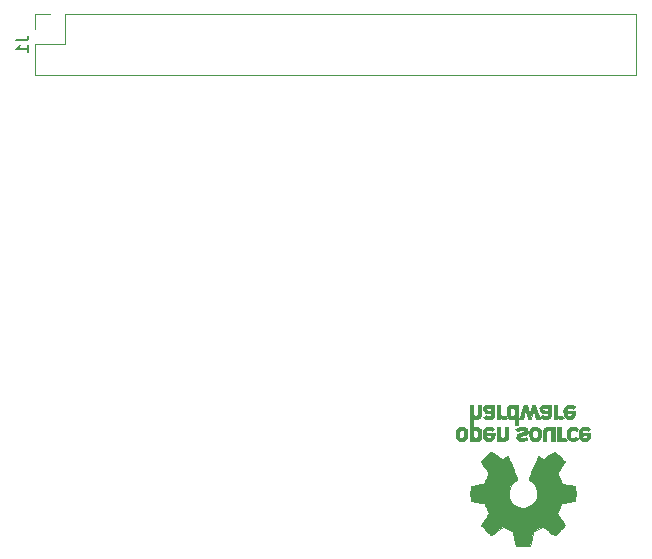
<source format=gbr>
%TF.GenerationSoftware,KiCad,Pcbnew,(5.1.7-0-10_14)*%
%TF.CreationDate,2020-11-05T09:31:43+00:00*%
%TF.ProjectId,ex2device,65783264-6576-4696-9365-2e6b69636164,1.2*%
%TF.SameCoordinates,Original*%
%TF.FileFunction,Legend,Bot*%
%TF.FilePolarity,Positive*%
%FSLAX46Y46*%
G04 Gerber Fmt 4.6, Leading zero omitted, Abs format (unit mm)*
G04 Created by KiCad (PCBNEW (5.1.7-0-10_14)) date 2020-11-05 09:31:43*
%MOMM*%
%LPD*%
G01*
G04 APERTURE LIST*
%ADD10C,0.010000*%
%ADD11C,0.120000*%
%ADD12C,0.150000*%
G04 APERTURE END LIST*
D10*
%TO.C,REF\u002A\u002A*%
G36*
X156746535Y-109366828D02*
G01*
X156859117Y-108769637D01*
X157274531Y-108598390D01*
X157689944Y-108427143D01*
X158188302Y-108766022D01*
X158327868Y-108860378D01*
X158454028Y-108944625D01*
X158560895Y-109014917D01*
X158642582Y-109067408D01*
X158693201Y-109098251D01*
X158706986Y-109104902D01*
X158731820Y-109087797D01*
X158784888Y-109040511D01*
X158860240Y-108969083D01*
X158951929Y-108879555D01*
X159054007Y-108777966D01*
X159160526Y-108670357D01*
X159265536Y-108562768D01*
X159363091Y-108461240D01*
X159447242Y-108371814D01*
X159512040Y-108300529D01*
X159551538Y-108253427D01*
X159560980Y-108237663D01*
X159547391Y-108208602D01*
X159509293Y-108144934D01*
X159450694Y-108052888D01*
X159375597Y-107938691D01*
X159288009Y-107808571D01*
X159237254Y-107734354D01*
X159144745Y-107598833D01*
X159062540Y-107476539D01*
X158994630Y-107373560D01*
X158945000Y-107295982D01*
X158917640Y-107249894D01*
X158913529Y-107240208D01*
X158922849Y-107212681D01*
X158948254Y-107148527D01*
X158985911Y-107056765D01*
X159031986Y-106946416D01*
X159082646Y-106826500D01*
X159134059Y-106706036D01*
X159182389Y-106594046D01*
X159223806Y-106499548D01*
X159254474Y-106431563D01*
X159270562Y-106399112D01*
X159271511Y-106397835D01*
X159296772Y-106391638D01*
X159364046Y-106377815D01*
X159466360Y-106357723D01*
X159596741Y-106332721D01*
X159748216Y-106304169D01*
X159836594Y-106287704D01*
X159998452Y-106256886D01*
X160144649Y-106227561D01*
X160267787Y-106201334D01*
X160360469Y-106179809D01*
X160415301Y-106164590D01*
X160426323Y-106159762D01*
X160437119Y-106127081D01*
X160445829Y-106053270D01*
X160452460Y-105946963D01*
X160457018Y-105816788D01*
X160459509Y-105671379D01*
X160459938Y-105519365D01*
X160458311Y-105369378D01*
X160454635Y-105230049D01*
X160448915Y-105110010D01*
X160441158Y-105017890D01*
X160431368Y-104962323D01*
X160425496Y-104950755D01*
X160390399Y-104936890D01*
X160316028Y-104917067D01*
X160212223Y-104893616D01*
X160088819Y-104868864D01*
X160045741Y-104860857D01*
X159838047Y-104822814D01*
X159673984Y-104792176D01*
X159548130Y-104767726D01*
X159455065Y-104748246D01*
X159389367Y-104732519D01*
X159345617Y-104719327D01*
X159318392Y-104707451D01*
X159302272Y-104695675D01*
X159300017Y-104693347D01*
X159277503Y-104655855D01*
X159243158Y-104582890D01*
X159200411Y-104483388D01*
X159152692Y-104366282D01*
X159103430Y-104240507D01*
X159056055Y-104114998D01*
X159013995Y-103998690D01*
X158980680Y-103900516D01*
X158959541Y-103829412D01*
X158954005Y-103794313D01*
X158954466Y-103793083D01*
X158973223Y-103764394D01*
X159015776Y-103701270D01*
X159077653Y-103610282D01*
X159154382Y-103498000D01*
X159241491Y-103370995D01*
X159266299Y-103334902D01*
X159354753Y-103204052D01*
X159432588Y-103084664D01*
X159495566Y-102983593D01*
X159539445Y-102907696D01*
X159559985Y-102863828D01*
X159560980Y-102858438D01*
X159543722Y-102830111D01*
X159496036Y-102773994D01*
X159424050Y-102696118D01*
X159333897Y-102602515D01*
X159231705Y-102499214D01*
X159123606Y-102392249D01*
X159015728Y-102287649D01*
X158914204Y-102191446D01*
X158825162Y-102109671D01*
X158754733Y-102048355D01*
X158709047Y-102013529D01*
X158696409Y-102007843D01*
X158666991Y-102021235D01*
X158606761Y-102057356D01*
X158525530Y-102110119D01*
X158463030Y-102152588D01*
X158349785Y-102230515D01*
X158215674Y-102322271D01*
X158081155Y-102413880D01*
X158008833Y-102462909D01*
X157764038Y-102628485D01*
X157558551Y-102517380D01*
X157464936Y-102468707D01*
X157385330Y-102430874D01*
X157331467Y-102409297D01*
X157317757Y-102406294D01*
X157301270Y-102428462D01*
X157268745Y-102491106D01*
X157222609Y-102588446D01*
X157165290Y-102714706D01*
X157099216Y-102864105D01*
X157026815Y-103030867D01*
X156950516Y-103209213D01*
X156872746Y-103393364D01*
X156795934Y-103577543D01*
X156722506Y-103755970D01*
X156654892Y-103922868D01*
X156595520Y-104072458D01*
X156546816Y-104198962D01*
X156511210Y-104296601D01*
X156491130Y-104359598D01*
X156487900Y-104381234D01*
X156513496Y-104408831D01*
X156569539Y-104453630D01*
X156644311Y-104506321D01*
X156650587Y-104510490D01*
X156843845Y-104665186D01*
X156999674Y-104845664D01*
X157116724Y-105046153D01*
X157193645Y-105260881D01*
X157229086Y-105484078D01*
X157221697Y-105709974D01*
X157170127Y-105932796D01*
X157073026Y-106146776D01*
X157044458Y-106193591D01*
X156895868Y-106382637D01*
X156720327Y-106534443D01*
X156523910Y-106648221D01*
X156312693Y-106723180D01*
X156092753Y-106758533D01*
X155870163Y-106753488D01*
X155651001Y-106707256D01*
X155441342Y-106619049D01*
X155247261Y-106488076D01*
X155187226Y-106434918D01*
X155034435Y-106268516D01*
X154923097Y-106093343D01*
X154846723Y-105896989D01*
X154804187Y-105702538D01*
X154793686Y-105483913D01*
X154828701Y-105264203D01*
X154905673Y-105050835D01*
X155021047Y-104851233D01*
X155171266Y-104672826D01*
X155352773Y-104523038D01*
X155376627Y-104507249D01*
X155452201Y-104455543D01*
X155509651Y-104410743D01*
X155537117Y-104382138D01*
X155537517Y-104381234D01*
X155531620Y-104350291D01*
X155508245Y-104280064D01*
X155469821Y-104176330D01*
X155418777Y-104044865D01*
X155357542Y-103891448D01*
X155288544Y-103721854D01*
X155214214Y-103541862D01*
X155136978Y-103357247D01*
X155059268Y-103173787D01*
X154983511Y-102997259D01*
X154912137Y-102833441D01*
X154847574Y-102688108D01*
X154792252Y-102567038D01*
X154748600Y-102476008D01*
X154719046Y-102420795D01*
X154707144Y-102406294D01*
X154670777Y-102417586D01*
X154602730Y-102447870D01*
X154514737Y-102491735D01*
X154466351Y-102517380D01*
X154260863Y-102628485D01*
X154016068Y-102462909D01*
X153891106Y-102378085D01*
X153754295Y-102284739D01*
X153626089Y-102196847D01*
X153561871Y-102152588D01*
X153471551Y-102091937D01*
X153395071Y-102043874D01*
X153342407Y-102014485D01*
X153325302Y-102008273D01*
X153300405Y-102025032D01*
X153245305Y-102071819D01*
X153165343Y-102143775D01*
X153065861Y-102236043D01*
X152952200Y-102343765D01*
X152880315Y-102412929D01*
X152754551Y-102536498D01*
X152645863Y-102647021D01*
X152558645Y-102739770D01*
X152497289Y-102810018D01*
X152466191Y-102853035D01*
X152463208Y-102861765D01*
X152477053Y-102894971D01*
X152515312Y-102962113D01*
X152573742Y-103056392D01*
X152648097Y-103171010D01*
X152734135Y-103299172D01*
X152758603Y-103334902D01*
X152847755Y-103464766D01*
X152927738Y-103581686D01*
X152994080Y-103679093D01*
X153042311Y-103750416D01*
X153067957Y-103789085D01*
X153070435Y-103793083D01*
X153066729Y-103823900D01*
X153047061Y-103891656D01*
X153014860Y-103987416D01*
X152973555Y-104102246D01*
X152926575Y-104227211D01*
X152877349Y-104353376D01*
X152829308Y-104471807D01*
X152785881Y-104573570D01*
X152750496Y-104649729D01*
X152726584Y-104691351D01*
X152724884Y-104693347D01*
X152710262Y-104705242D01*
X152685565Y-104717005D01*
X152645372Y-104729854D01*
X152584263Y-104745006D01*
X152496817Y-104763679D01*
X152377612Y-104787090D01*
X152221227Y-104816458D01*
X152022243Y-104853000D01*
X151979160Y-104860857D01*
X151851471Y-104885528D01*
X151740153Y-104909662D01*
X151655045Y-104930931D01*
X151605983Y-104947007D01*
X151599405Y-104950755D01*
X151588564Y-104983982D01*
X151579753Y-105058234D01*
X151572976Y-105164879D01*
X151568240Y-105295288D01*
X151565550Y-105440828D01*
X151564913Y-105592869D01*
X151566334Y-105742779D01*
X151569820Y-105881927D01*
X151575376Y-106001683D01*
X151583008Y-106093414D01*
X151592722Y-106148489D01*
X151598578Y-106159762D01*
X151631180Y-106171132D01*
X151705418Y-106189631D01*
X151813896Y-106213653D01*
X151949217Y-106241593D01*
X152103985Y-106271847D01*
X152188308Y-106287704D01*
X152348296Y-106317611D01*
X152490967Y-106344705D01*
X152609348Y-106367624D01*
X152696465Y-106385012D01*
X152745345Y-106395508D01*
X152753390Y-106397835D01*
X152766987Y-106424069D01*
X152795729Y-106487260D01*
X152835785Y-106578378D01*
X152883324Y-106688398D01*
X152934515Y-106808290D01*
X152985526Y-106929028D01*
X153032526Y-107041584D01*
X153071684Y-107136929D01*
X153099169Y-107206038D01*
X153111149Y-107239881D01*
X153111372Y-107241360D01*
X153097791Y-107268058D01*
X153059715Y-107329495D01*
X153001147Y-107419566D01*
X152926088Y-107532165D01*
X152838540Y-107661185D01*
X152787647Y-107735294D01*
X152694909Y-107871178D01*
X152612541Y-107994546D01*
X152544561Y-108099158D01*
X152494988Y-108178772D01*
X152467842Y-108227148D01*
X152463921Y-108237993D01*
X152480775Y-108263235D01*
X152527368Y-108317131D01*
X152597749Y-108393642D01*
X152685965Y-108486732D01*
X152786065Y-108590360D01*
X152892098Y-108698491D01*
X152998111Y-108805085D01*
X153098152Y-108904105D01*
X153186270Y-108989513D01*
X153256513Y-109055270D01*
X153302928Y-109095339D01*
X153318456Y-109104902D01*
X153343739Y-109091455D01*
X153404211Y-109053680D01*
X153493992Y-108995420D01*
X153607203Y-108920521D01*
X153737964Y-108832830D01*
X153836600Y-108766022D01*
X154334957Y-108427143D01*
X154750371Y-108598390D01*
X155165784Y-108769637D01*
X155278366Y-109366828D01*
X155390949Y-109964020D01*
X156633952Y-109964020D01*
X156746535Y-109366828D01*
G37*
X156746535Y-109366828D02*
X156859117Y-108769637D01*
X157274531Y-108598390D01*
X157689944Y-108427143D01*
X158188302Y-108766022D01*
X158327868Y-108860378D01*
X158454028Y-108944625D01*
X158560895Y-109014917D01*
X158642582Y-109067408D01*
X158693201Y-109098251D01*
X158706986Y-109104902D01*
X158731820Y-109087797D01*
X158784888Y-109040511D01*
X158860240Y-108969083D01*
X158951929Y-108879555D01*
X159054007Y-108777966D01*
X159160526Y-108670357D01*
X159265536Y-108562768D01*
X159363091Y-108461240D01*
X159447242Y-108371814D01*
X159512040Y-108300529D01*
X159551538Y-108253427D01*
X159560980Y-108237663D01*
X159547391Y-108208602D01*
X159509293Y-108144934D01*
X159450694Y-108052888D01*
X159375597Y-107938691D01*
X159288009Y-107808571D01*
X159237254Y-107734354D01*
X159144745Y-107598833D01*
X159062540Y-107476539D01*
X158994630Y-107373560D01*
X158945000Y-107295982D01*
X158917640Y-107249894D01*
X158913529Y-107240208D01*
X158922849Y-107212681D01*
X158948254Y-107148527D01*
X158985911Y-107056765D01*
X159031986Y-106946416D01*
X159082646Y-106826500D01*
X159134059Y-106706036D01*
X159182389Y-106594046D01*
X159223806Y-106499548D01*
X159254474Y-106431563D01*
X159270562Y-106399112D01*
X159271511Y-106397835D01*
X159296772Y-106391638D01*
X159364046Y-106377815D01*
X159466360Y-106357723D01*
X159596741Y-106332721D01*
X159748216Y-106304169D01*
X159836594Y-106287704D01*
X159998452Y-106256886D01*
X160144649Y-106227561D01*
X160267787Y-106201334D01*
X160360469Y-106179809D01*
X160415301Y-106164590D01*
X160426323Y-106159762D01*
X160437119Y-106127081D01*
X160445829Y-106053270D01*
X160452460Y-105946963D01*
X160457018Y-105816788D01*
X160459509Y-105671379D01*
X160459938Y-105519365D01*
X160458311Y-105369378D01*
X160454635Y-105230049D01*
X160448915Y-105110010D01*
X160441158Y-105017890D01*
X160431368Y-104962323D01*
X160425496Y-104950755D01*
X160390399Y-104936890D01*
X160316028Y-104917067D01*
X160212223Y-104893616D01*
X160088819Y-104868864D01*
X160045741Y-104860857D01*
X159838047Y-104822814D01*
X159673984Y-104792176D01*
X159548130Y-104767726D01*
X159455065Y-104748246D01*
X159389367Y-104732519D01*
X159345617Y-104719327D01*
X159318392Y-104707451D01*
X159302272Y-104695675D01*
X159300017Y-104693347D01*
X159277503Y-104655855D01*
X159243158Y-104582890D01*
X159200411Y-104483388D01*
X159152692Y-104366282D01*
X159103430Y-104240507D01*
X159056055Y-104114998D01*
X159013995Y-103998690D01*
X158980680Y-103900516D01*
X158959541Y-103829412D01*
X158954005Y-103794313D01*
X158954466Y-103793083D01*
X158973223Y-103764394D01*
X159015776Y-103701270D01*
X159077653Y-103610282D01*
X159154382Y-103498000D01*
X159241491Y-103370995D01*
X159266299Y-103334902D01*
X159354753Y-103204052D01*
X159432588Y-103084664D01*
X159495566Y-102983593D01*
X159539445Y-102907696D01*
X159559985Y-102863828D01*
X159560980Y-102858438D01*
X159543722Y-102830111D01*
X159496036Y-102773994D01*
X159424050Y-102696118D01*
X159333897Y-102602515D01*
X159231705Y-102499214D01*
X159123606Y-102392249D01*
X159015728Y-102287649D01*
X158914204Y-102191446D01*
X158825162Y-102109671D01*
X158754733Y-102048355D01*
X158709047Y-102013529D01*
X158696409Y-102007843D01*
X158666991Y-102021235D01*
X158606761Y-102057356D01*
X158525530Y-102110119D01*
X158463030Y-102152588D01*
X158349785Y-102230515D01*
X158215674Y-102322271D01*
X158081155Y-102413880D01*
X158008833Y-102462909D01*
X157764038Y-102628485D01*
X157558551Y-102517380D01*
X157464936Y-102468707D01*
X157385330Y-102430874D01*
X157331467Y-102409297D01*
X157317757Y-102406294D01*
X157301270Y-102428462D01*
X157268745Y-102491106D01*
X157222609Y-102588446D01*
X157165290Y-102714706D01*
X157099216Y-102864105D01*
X157026815Y-103030867D01*
X156950516Y-103209213D01*
X156872746Y-103393364D01*
X156795934Y-103577543D01*
X156722506Y-103755970D01*
X156654892Y-103922868D01*
X156595520Y-104072458D01*
X156546816Y-104198962D01*
X156511210Y-104296601D01*
X156491130Y-104359598D01*
X156487900Y-104381234D01*
X156513496Y-104408831D01*
X156569539Y-104453630D01*
X156644311Y-104506321D01*
X156650587Y-104510490D01*
X156843845Y-104665186D01*
X156999674Y-104845664D01*
X157116724Y-105046153D01*
X157193645Y-105260881D01*
X157229086Y-105484078D01*
X157221697Y-105709974D01*
X157170127Y-105932796D01*
X157073026Y-106146776D01*
X157044458Y-106193591D01*
X156895868Y-106382637D01*
X156720327Y-106534443D01*
X156523910Y-106648221D01*
X156312693Y-106723180D01*
X156092753Y-106758533D01*
X155870163Y-106753488D01*
X155651001Y-106707256D01*
X155441342Y-106619049D01*
X155247261Y-106488076D01*
X155187226Y-106434918D01*
X155034435Y-106268516D01*
X154923097Y-106093343D01*
X154846723Y-105896989D01*
X154804187Y-105702538D01*
X154793686Y-105483913D01*
X154828701Y-105264203D01*
X154905673Y-105050835D01*
X155021047Y-104851233D01*
X155171266Y-104672826D01*
X155352773Y-104523038D01*
X155376627Y-104507249D01*
X155452201Y-104455543D01*
X155509651Y-104410743D01*
X155537117Y-104382138D01*
X155537517Y-104381234D01*
X155531620Y-104350291D01*
X155508245Y-104280064D01*
X155469821Y-104176330D01*
X155418777Y-104044865D01*
X155357542Y-103891448D01*
X155288544Y-103721854D01*
X155214214Y-103541862D01*
X155136978Y-103357247D01*
X155059268Y-103173787D01*
X154983511Y-102997259D01*
X154912137Y-102833441D01*
X154847574Y-102688108D01*
X154792252Y-102567038D01*
X154748600Y-102476008D01*
X154719046Y-102420795D01*
X154707144Y-102406294D01*
X154670777Y-102417586D01*
X154602730Y-102447870D01*
X154514737Y-102491735D01*
X154466351Y-102517380D01*
X154260863Y-102628485D01*
X154016068Y-102462909D01*
X153891106Y-102378085D01*
X153754295Y-102284739D01*
X153626089Y-102196847D01*
X153561871Y-102152588D01*
X153471551Y-102091937D01*
X153395071Y-102043874D01*
X153342407Y-102014485D01*
X153325302Y-102008273D01*
X153300405Y-102025032D01*
X153245305Y-102071819D01*
X153165343Y-102143775D01*
X153065861Y-102236043D01*
X152952200Y-102343765D01*
X152880315Y-102412929D01*
X152754551Y-102536498D01*
X152645863Y-102647021D01*
X152558645Y-102739770D01*
X152497289Y-102810018D01*
X152466191Y-102853035D01*
X152463208Y-102861765D01*
X152477053Y-102894971D01*
X152515312Y-102962113D01*
X152573742Y-103056392D01*
X152648097Y-103171010D01*
X152734135Y-103299172D01*
X152758603Y-103334902D01*
X152847755Y-103464766D01*
X152927738Y-103581686D01*
X152994080Y-103679093D01*
X153042311Y-103750416D01*
X153067957Y-103789085D01*
X153070435Y-103793083D01*
X153066729Y-103823900D01*
X153047061Y-103891656D01*
X153014860Y-103987416D01*
X152973555Y-104102246D01*
X152926575Y-104227211D01*
X152877349Y-104353376D01*
X152829308Y-104471807D01*
X152785881Y-104573570D01*
X152750496Y-104649729D01*
X152726584Y-104691351D01*
X152724884Y-104693347D01*
X152710262Y-104705242D01*
X152685565Y-104717005D01*
X152645372Y-104729854D01*
X152584263Y-104745006D01*
X152496817Y-104763679D01*
X152377612Y-104787090D01*
X152221227Y-104816458D01*
X152022243Y-104853000D01*
X151979160Y-104860857D01*
X151851471Y-104885528D01*
X151740153Y-104909662D01*
X151655045Y-104930931D01*
X151605983Y-104947007D01*
X151599405Y-104950755D01*
X151588564Y-104983982D01*
X151579753Y-105058234D01*
X151572976Y-105164879D01*
X151568240Y-105295288D01*
X151565550Y-105440828D01*
X151564913Y-105592869D01*
X151566334Y-105742779D01*
X151569820Y-105881927D01*
X151575376Y-106001683D01*
X151583008Y-106093414D01*
X151592722Y-106148489D01*
X151598578Y-106159762D01*
X151631180Y-106171132D01*
X151705418Y-106189631D01*
X151813896Y-106213653D01*
X151949217Y-106241593D01*
X152103985Y-106271847D01*
X152188308Y-106287704D01*
X152348296Y-106317611D01*
X152490967Y-106344705D01*
X152609348Y-106367624D01*
X152696465Y-106385012D01*
X152745345Y-106395508D01*
X152753390Y-106397835D01*
X152766987Y-106424069D01*
X152795729Y-106487260D01*
X152835785Y-106578378D01*
X152883324Y-106688398D01*
X152934515Y-106808290D01*
X152985526Y-106929028D01*
X153032526Y-107041584D01*
X153071684Y-107136929D01*
X153099169Y-107206038D01*
X153111149Y-107239881D01*
X153111372Y-107241360D01*
X153097791Y-107268058D01*
X153059715Y-107329495D01*
X153001147Y-107419566D01*
X152926088Y-107532165D01*
X152838540Y-107661185D01*
X152787647Y-107735294D01*
X152694909Y-107871178D01*
X152612541Y-107994546D01*
X152544561Y-108099158D01*
X152494988Y-108178772D01*
X152467842Y-108227148D01*
X152463921Y-108237993D01*
X152480775Y-108263235D01*
X152527368Y-108317131D01*
X152597749Y-108393642D01*
X152685965Y-108486732D01*
X152786065Y-108590360D01*
X152892098Y-108698491D01*
X152998111Y-108805085D01*
X153098152Y-108904105D01*
X153186270Y-108989513D01*
X153256513Y-109055270D01*
X153302928Y-109095339D01*
X153318456Y-109104902D01*
X153343739Y-109091455D01*
X153404211Y-109053680D01*
X153493992Y-108995420D01*
X153607203Y-108920521D01*
X153737964Y-108832830D01*
X153836600Y-108766022D01*
X154334957Y-108427143D01*
X154750371Y-108598390D01*
X155165784Y-108769637D01*
X155278366Y-109366828D01*
X155390949Y-109964020D01*
X156633952Y-109964020D01*
X156746535Y-109366828D01*
G36*
X159563637Y-101112528D02*
G01*
X159649290Y-101086359D01*
X159704437Y-101053293D01*
X159722401Y-101027145D01*
X159717457Y-100996148D01*
X159685372Y-100947453D01*
X159658243Y-100912965D01*
X159602317Y-100850617D01*
X159560299Y-100824385D01*
X159524480Y-100826097D01*
X159418224Y-100853137D01*
X159340189Y-100851909D01*
X159276820Y-100821265D01*
X159255546Y-100803330D01*
X159187451Y-100740221D01*
X159187451Y-99916078D01*
X158913529Y-99916078D01*
X158913529Y-101111372D01*
X159050490Y-101111372D01*
X159132719Y-101108121D01*
X159175144Y-101096574D01*
X159187445Y-101074048D01*
X159187451Y-101073380D01*
X159193260Y-101049785D01*
X159219531Y-101052862D01*
X159255931Y-101069885D01*
X159331111Y-101101561D01*
X159392158Y-101120619D01*
X159470708Y-101125504D01*
X159563637Y-101112528D01*
G37*
X159563637Y-101112528D02*
X159649290Y-101086359D01*
X159704437Y-101053293D01*
X159722401Y-101027145D01*
X159717457Y-100996148D01*
X159685372Y-100947453D01*
X159658243Y-100912965D01*
X159602317Y-100850617D01*
X159560299Y-100824385D01*
X159524480Y-100826097D01*
X159418224Y-100853137D01*
X159340189Y-100851909D01*
X159276820Y-100821265D01*
X159255546Y-100803330D01*
X159187451Y-100740221D01*
X159187451Y-99916078D01*
X158913529Y-99916078D01*
X158913529Y-101111372D01*
X159050490Y-101111372D01*
X159132719Y-101108121D01*
X159175144Y-101096574D01*
X159187445Y-101074048D01*
X159187451Y-101073380D01*
X159193260Y-101049785D01*
X159219531Y-101052862D01*
X159255931Y-101069885D01*
X159331111Y-101101561D01*
X159392158Y-101120619D01*
X159470708Y-101125504D01*
X159563637Y-101112528D01*
G36*
X154506760Y-101090801D02*
G01*
X154568736Y-101061198D01*
X154628759Y-101018439D01*
X154674486Y-100969225D01*
X154707793Y-100906456D01*
X154730555Y-100823029D01*
X154744647Y-100711841D01*
X154751942Y-100565791D01*
X154754318Y-100377777D01*
X154754355Y-100358088D01*
X154754902Y-99916078D01*
X154480980Y-99916078D01*
X154480980Y-100323565D01*
X154480785Y-100474529D01*
X154479436Y-100583944D01*
X154475788Y-100660067D01*
X154468696Y-100711152D01*
X154457013Y-100745455D01*
X154439594Y-100771232D01*
X154415329Y-100796702D01*
X154330435Y-100851429D01*
X154237761Y-100861584D01*
X154149473Y-100826983D01*
X154118770Y-100801230D01*
X154096229Y-100777018D01*
X154080046Y-100751088D01*
X154069168Y-100715292D01*
X154062542Y-100661481D01*
X154059115Y-100581507D01*
X154057834Y-100467221D01*
X154057647Y-100328093D01*
X154057647Y-99916078D01*
X153783725Y-99916078D01*
X153783725Y-101111372D01*
X153920686Y-101111372D01*
X154002916Y-101108121D01*
X154045340Y-101096574D01*
X154057641Y-101074048D01*
X154057647Y-101073380D01*
X154063354Y-101051319D01*
X154088527Y-101053823D01*
X154138578Y-101078063D01*
X154252094Y-101113729D01*
X154381945Y-101117695D01*
X154506760Y-101090801D01*
G37*
X154506760Y-101090801D02*
X154568736Y-101061198D01*
X154628759Y-101018439D01*
X154674486Y-100969225D01*
X154707793Y-100906456D01*
X154730555Y-100823029D01*
X154744647Y-100711841D01*
X154751942Y-100565791D01*
X154754318Y-100377777D01*
X154754355Y-100358088D01*
X154754902Y-99916078D01*
X154480980Y-99916078D01*
X154480980Y-100323565D01*
X154480785Y-100474529D01*
X154479436Y-100583944D01*
X154475788Y-100660067D01*
X154468696Y-100711152D01*
X154457013Y-100745455D01*
X154439594Y-100771232D01*
X154415329Y-100796702D01*
X154330435Y-100851429D01*
X154237761Y-100861584D01*
X154149473Y-100826983D01*
X154118770Y-100801230D01*
X154096229Y-100777018D01*
X154080046Y-100751088D01*
X154069168Y-100715292D01*
X154062542Y-100661481D01*
X154059115Y-100581507D01*
X154057834Y-100467221D01*
X154057647Y-100328093D01*
X154057647Y-99916078D01*
X153783725Y-99916078D01*
X153783725Y-101111372D01*
X153920686Y-101111372D01*
X154002916Y-101108121D01*
X154045340Y-101096574D01*
X154057641Y-101074048D01*
X154057647Y-101073380D01*
X154063354Y-101051319D01*
X154088527Y-101053823D01*
X154138578Y-101078063D01*
X154252094Y-101113729D01*
X154381945Y-101117695D01*
X154506760Y-101090801D01*
G36*
X161303287Y-101115645D02*
G01*
X161367051Y-101100155D01*
X161489300Y-101043431D01*
X161593834Y-100956798D01*
X161666180Y-100852926D01*
X161676119Y-100829604D01*
X161689754Y-100768516D01*
X161699298Y-100678147D01*
X161702549Y-100586810D01*
X161702549Y-100414118D01*
X161341470Y-100414118D01*
X161192546Y-100413555D01*
X161087632Y-100410136D01*
X161020937Y-100401269D01*
X160986666Y-100384359D01*
X160979028Y-100356811D01*
X160992229Y-100316032D01*
X161015877Y-100268317D01*
X161081843Y-100188686D01*
X161173512Y-100149013D01*
X161285555Y-100150305D01*
X161412472Y-100193486D01*
X161522158Y-100246776D01*
X161613173Y-100174809D01*
X161704188Y-100102843D01*
X161618563Y-100023731D01*
X161504250Y-99948983D01*
X161363666Y-99903916D01*
X161212449Y-99891304D01*
X161066236Y-99913921D01*
X161042647Y-99921595D01*
X160914141Y-99988704D01*
X160818551Y-100088753D01*
X160753861Y-100224729D01*
X160718057Y-100399620D01*
X160717640Y-100403368D01*
X160714434Y-100593968D01*
X160727393Y-100661965D01*
X160980392Y-100661965D01*
X161003627Y-100651509D01*
X161066710Y-100643500D01*
X161159706Y-100638927D01*
X161218638Y-100638235D01*
X161328537Y-100638668D01*
X161397252Y-100641422D01*
X161433405Y-100648679D01*
X161445615Y-100662624D01*
X161442504Y-100685438D01*
X161439894Y-100694265D01*
X161395344Y-100777200D01*
X161325279Y-100844040D01*
X161263446Y-100873411D01*
X161181301Y-100871638D01*
X161098062Y-100835010D01*
X161028238Y-100774366D01*
X160986337Y-100700544D01*
X160980392Y-100661965D01*
X160727393Y-100661965D01*
X160746385Y-100761605D01*
X160809773Y-100902289D01*
X160900878Y-101012026D01*
X161015978Y-101086826D01*
X161151355Y-101122696D01*
X161303287Y-101115645D01*
G37*
X161303287Y-101115645D02*
X161367051Y-101100155D01*
X161489300Y-101043431D01*
X161593834Y-100956798D01*
X161666180Y-100852926D01*
X161676119Y-100829604D01*
X161689754Y-100768516D01*
X161699298Y-100678147D01*
X161702549Y-100586810D01*
X161702549Y-100414118D01*
X161341470Y-100414118D01*
X161192546Y-100413555D01*
X161087632Y-100410136D01*
X161020937Y-100401269D01*
X160986666Y-100384359D01*
X160979028Y-100356811D01*
X160992229Y-100316032D01*
X161015877Y-100268317D01*
X161081843Y-100188686D01*
X161173512Y-100149013D01*
X161285555Y-100150305D01*
X161412472Y-100193486D01*
X161522158Y-100246776D01*
X161613173Y-100174809D01*
X161704188Y-100102843D01*
X161618563Y-100023731D01*
X161504250Y-99948983D01*
X161363666Y-99903916D01*
X161212449Y-99891304D01*
X161066236Y-99913921D01*
X161042647Y-99921595D01*
X160914141Y-99988704D01*
X160818551Y-100088753D01*
X160753861Y-100224729D01*
X160718057Y-100399620D01*
X160717640Y-100403368D01*
X160714434Y-100593968D01*
X160727393Y-100661965D01*
X160980392Y-100661965D01*
X161003627Y-100651509D01*
X161066710Y-100643500D01*
X161159706Y-100638927D01*
X161218638Y-100638235D01*
X161328537Y-100638668D01*
X161397252Y-100641422D01*
X161433405Y-100648679D01*
X161445615Y-100662624D01*
X161442504Y-100685438D01*
X161439894Y-100694265D01*
X161395344Y-100777200D01*
X161325279Y-100844040D01*
X161263446Y-100873411D01*
X161181301Y-100871638D01*
X161098062Y-100835010D01*
X161028238Y-100774366D01*
X160986337Y-100700544D01*
X160980392Y-100661965D01*
X160727393Y-100661965D01*
X160746385Y-100761605D01*
X160809773Y-100902289D01*
X160900878Y-101012026D01*
X161015978Y-101086826D01*
X161151355Y-101122696D01*
X161303287Y-101115645D01*
G36*
X160390976Y-101100944D02*
G01*
X160535256Y-101039652D01*
X160580699Y-101009815D01*
X160638779Y-100963964D01*
X160675238Y-100927911D01*
X160681568Y-100916168D01*
X160663693Y-100890111D01*
X160617950Y-100845895D01*
X160581328Y-100815035D01*
X160481088Y-100734480D01*
X160401935Y-100801082D01*
X160340769Y-100844079D01*
X160281129Y-100858921D01*
X160212872Y-100855296D01*
X160104482Y-100828348D01*
X160029872Y-100772413D01*
X159984530Y-100681986D01*
X159963947Y-100551565D01*
X159963942Y-100551483D01*
X159965722Y-100405710D01*
X159993387Y-100298755D01*
X160048571Y-100225936D01*
X160086192Y-100201277D01*
X160186105Y-100170569D01*
X160292822Y-100170551D01*
X160385669Y-100200345D01*
X160407647Y-100214902D01*
X160462765Y-100252086D01*
X160505859Y-100258180D01*
X160552335Y-100230504D01*
X160603716Y-100180795D01*
X160685046Y-100096884D01*
X160594749Y-100022454D01*
X160455236Y-99938451D01*
X160297912Y-99897053D01*
X160133503Y-99900050D01*
X160025531Y-99927500D01*
X159899331Y-99995380D01*
X159798401Y-100102169D01*
X159752548Y-100177549D01*
X159715410Y-100285703D01*
X159696827Y-100422682D01*
X159696684Y-100571136D01*
X159714865Y-100713719D01*
X159751255Y-100833082D01*
X159756987Y-100845320D01*
X159841865Y-100965345D01*
X159956782Y-101052733D01*
X160092659Y-101105671D01*
X160240417Y-101122346D01*
X160390976Y-101100944D01*
G37*
X160390976Y-101100944D02*
X160535256Y-101039652D01*
X160580699Y-101009815D01*
X160638779Y-100963964D01*
X160675238Y-100927911D01*
X160681568Y-100916168D01*
X160663693Y-100890111D01*
X160617950Y-100845895D01*
X160581328Y-100815035D01*
X160481088Y-100734480D01*
X160401935Y-100801082D01*
X160340769Y-100844079D01*
X160281129Y-100858921D01*
X160212872Y-100855296D01*
X160104482Y-100828348D01*
X160029872Y-100772413D01*
X159984530Y-100681986D01*
X159963947Y-100551565D01*
X159963942Y-100551483D01*
X159965722Y-100405710D01*
X159993387Y-100298755D01*
X160048571Y-100225936D01*
X160086192Y-100201277D01*
X160186105Y-100170569D01*
X160292822Y-100170551D01*
X160385669Y-100200345D01*
X160407647Y-100214902D01*
X160462765Y-100252086D01*
X160505859Y-100258180D01*
X160552335Y-100230504D01*
X160603716Y-100180795D01*
X160685046Y-100096884D01*
X160594749Y-100022454D01*
X160455236Y-99938451D01*
X160297912Y-99897053D01*
X160133503Y-99900050D01*
X160025531Y-99927500D01*
X159899331Y-99995380D01*
X159798401Y-100102169D01*
X159752548Y-100177549D01*
X159715410Y-100285703D01*
X159696827Y-100422682D01*
X159696684Y-100571136D01*
X159714865Y-100713719D01*
X159751255Y-100833082D01*
X159756987Y-100845320D01*
X159841865Y-100965345D01*
X159956782Y-101052733D01*
X160092659Y-101105671D01*
X160240417Y-101122346D01*
X160390976Y-101100944D01*
G36*
X157967254Y-100723755D02*
G01*
X157969608Y-100541121D01*
X157978207Y-100402400D01*
X157995360Y-100301853D01*
X158023374Y-100233746D01*
X158064557Y-100192341D01*
X158121217Y-100171903D01*
X158191372Y-100166682D01*
X158264848Y-100172532D01*
X158320657Y-100193907D01*
X158361109Y-100236542D01*
X158388509Y-100306175D01*
X158405167Y-100408540D01*
X158413389Y-100549376D01*
X158415490Y-100723755D01*
X158415490Y-101111372D01*
X158689411Y-101111372D01*
X158689411Y-99916078D01*
X158552451Y-99916078D01*
X158469884Y-99919424D01*
X158427368Y-99931174D01*
X158415490Y-99953480D01*
X158408336Y-99973346D01*
X158379865Y-99969143D01*
X158322476Y-99941029D01*
X158190945Y-99897658D01*
X158051438Y-99900730D01*
X157917765Y-99947826D01*
X157854108Y-99985029D01*
X157805553Y-100025309D01*
X157770081Y-100075709D01*
X157745674Y-100143271D01*
X157730313Y-100235035D01*
X157721982Y-100358045D01*
X157718662Y-100519341D01*
X157718235Y-100644072D01*
X157718235Y-101111372D01*
X157967254Y-101111372D01*
X157967254Y-100723755D01*
G37*
X157967254Y-100723755D02*
X157969608Y-100541121D01*
X157978207Y-100402400D01*
X157995360Y-100301853D01*
X158023374Y-100233746D01*
X158064557Y-100192341D01*
X158121217Y-100171903D01*
X158191372Y-100166682D01*
X158264848Y-100172532D01*
X158320657Y-100193907D01*
X158361109Y-100236542D01*
X158388509Y-100306175D01*
X158405167Y-100408540D01*
X158413389Y-100549376D01*
X158415490Y-100723755D01*
X158415490Y-101111372D01*
X158689411Y-101111372D01*
X158689411Y-99916078D01*
X158552451Y-99916078D01*
X158469884Y-99919424D01*
X158427368Y-99931174D01*
X158415490Y-99953480D01*
X158408336Y-99973346D01*
X158379865Y-99969143D01*
X158322476Y-99941029D01*
X158190945Y-99897658D01*
X158051438Y-99900730D01*
X157917765Y-99947826D01*
X157854108Y-99985029D01*
X157805553Y-100025309D01*
X157770081Y-100075709D01*
X157745674Y-100143271D01*
X157730313Y-100235035D01*
X157721982Y-100358045D01*
X157718662Y-100519341D01*
X157718235Y-100644072D01*
X157718235Y-101111372D01*
X157967254Y-101111372D01*
X157967254Y-100723755D01*
G36*
X157209547Y-101096636D02*
G01*
X157335502Y-101028041D01*
X157434047Y-100919755D01*
X157480478Y-100831685D01*
X157500412Y-100753899D01*
X157513328Y-100643007D01*
X157518863Y-100515262D01*
X157516654Y-100386916D01*
X157506337Y-100274221D01*
X157494286Y-100214031D01*
X157453634Y-100131689D01*
X157383230Y-100044230D01*
X157298382Y-99967749D01*
X157214397Y-99918345D01*
X157212349Y-99917561D01*
X157108134Y-99895973D01*
X156984627Y-99895438D01*
X156867261Y-99915092D01*
X156821942Y-99930845D01*
X156705220Y-99997034D01*
X156621624Y-100083754D01*
X156566701Y-100198562D01*
X156535995Y-100349018D01*
X156529047Y-100427827D01*
X156529933Y-100526855D01*
X156796862Y-100526855D01*
X156805854Y-100382355D01*
X156831736Y-100272240D01*
X156872868Y-100201884D01*
X156902172Y-100181765D01*
X156977251Y-100167735D01*
X157066494Y-100171889D01*
X157143650Y-100192078D01*
X157163883Y-100203185D01*
X157217265Y-100267877D01*
X157252500Y-100366881D01*
X157267498Y-100487368D01*
X157260172Y-100616506D01*
X157243799Y-100694225D01*
X157196790Y-100784229D01*
X157122582Y-100840491D01*
X157033209Y-100859943D01*
X156940707Y-100839519D01*
X156869653Y-100789563D01*
X156832312Y-100748345D01*
X156810518Y-100707719D01*
X156800130Y-100652736D01*
X156797006Y-100568451D01*
X156796862Y-100526855D01*
X156529933Y-100526855D01*
X156530930Y-100638126D01*
X156565180Y-100810577D01*
X156631802Y-100945186D01*
X156730799Y-101041960D01*
X156862175Y-101100906D01*
X156890385Y-101107741D01*
X157059926Y-101123787D01*
X157209547Y-101096636D01*
G37*
X157209547Y-101096636D02*
X157335502Y-101028041D01*
X157434047Y-100919755D01*
X157480478Y-100831685D01*
X157500412Y-100753899D01*
X157513328Y-100643007D01*
X157518863Y-100515262D01*
X157516654Y-100386916D01*
X157506337Y-100274221D01*
X157494286Y-100214031D01*
X157453634Y-100131689D01*
X157383230Y-100044230D01*
X157298382Y-99967749D01*
X157214397Y-99918345D01*
X157212349Y-99917561D01*
X157108134Y-99895973D01*
X156984627Y-99895438D01*
X156867261Y-99915092D01*
X156821942Y-99930845D01*
X156705220Y-99997034D01*
X156621624Y-100083754D01*
X156566701Y-100198562D01*
X156535995Y-100349018D01*
X156529047Y-100427827D01*
X156529933Y-100526855D01*
X156796862Y-100526855D01*
X156805854Y-100382355D01*
X156831736Y-100272240D01*
X156872868Y-100201884D01*
X156902172Y-100181765D01*
X156977251Y-100167735D01*
X157066494Y-100171889D01*
X157143650Y-100192078D01*
X157163883Y-100203185D01*
X157217265Y-100267877D01*
X157252500Y-100366881D01*
X157267498Y-100487368D01*
X157260172Y-100616506D01*
X157243799Y-100694225D01*
X157196790Y-100784229D01*
X157122582Y-100840491D01*
X157033209Y-100859943D01*
X156940707Y-100839519D01*
X156869653Y-100789563D01*
X156832312Y-100748345D01*
X156810518Y-100707719D01*
X156800130Y-100652736D01*
X156797006Y-100568451D01*
X156796862Y-100526855D01*
X156529933Y-100526855D01*
X156530930Y-100638126D01*
X156565180Y-100810577D01*
X156631802Y-100945186D01*
X156730799Y-101041960D01*
X156862175Y-101100906D01*
X156890385Y-101107741D01*
X157059926Y-101123787D01*
X157209547Y-101096636D01*
G36*
X156027759Y-101115655D02*
G01*
X156122059Y-101097771D01*
X156219890Y-101060367D01*
X156230343Y-101055598D01*
X156304531Y-101016588D01*
X156355910Y-100980336D01*
X156372517Y-100957113D01*
X156356702Y-100919239D01*
X156318288Y-100863356D01*
X156301237Y-100842495D01*
X156230969Y-100760382D01*
X156140379Y-100813832D01*
X156054164Y-100849439D01*
X155954549Y-100868471D01*
X155859019Y-100869674D01*
X155785061Y-100851790D01*
X155767312Y-100840627D01*
X155733512Y-100789447D01*
X155729404Y-100730491D01*
X155754696Y-100684433D01*
X155769656Y-100675501D01*
X155814486Y-100664408D01*
X155893286Y-100651370D01*
X155990426Y-100638912D01*
X156008346Y-100636958D01*
X156164365Y-100609970D01*
X156277523Y-100564127D01*
X156352569Y-100495197D01*
X156394253Y-100398946D01*
X156407238Y-100281383D01*
X156389299Y-100147746D01*
X156331050Y-100042805D01*
X156232255Y-99966370D01*
X156092682Y-99918252D01*
X155937745Y-99899268D01*
X155811398Y-99899496D01*
X155708913Y-99916738D01*
X155638921Y-99940543D01*
X155550483Y-99982022D01*
X155468754Y-100030158D01*
X155439705Y-100051345D01*
X155365000Y-100112324D01*
X155455098Y-100203492D01*
X155545196Y-100294661D01*
X155647632Y-100226872D01*
X155750374Y-100175958D01*
X155860087Y-100149327D01*
X155965551Y-100146517D01*
X156055546Y-100167065D01*
X156118854Y-100210507D01*
X156139296Y-100247162D01*
X156136229Y-100305947D01*
X156085434Y-100350901D01*
X155987048Y-100381943D01*
X155879256Y-100396290D01*
X155713365Y-100423663D01*
X155590124Y-100475307D01*
X155507886Y-100552734D01*
X155465001Y-100657456D01*
X155459060Y-100781613D01*
X155488406Y-100911298D01*
X155555309Y-101009323D01*
X155660371Y-101076134D01*
X155804190Y-101112180D01*
X155910738Y-101119246D01*
X156027759Y-101115655D01*
G37*
X156027759Y-101115655D02*
X156122059Y-101097771D01*
X156219890Y-101060367D01*
X156230343Y-101055598D01*
X156304531Y-101016588D01*
X156355910Y-100980336D01*
X156372517Y-100957113D01*
X156356702Y-100919239D01*
X156318288Y-100863356D01*
X156301237Y-100842495D01*
X156230969Y-100760382D01*
X156140379Y-100813832D01*
X156054164Y-100849439D01*
X155954549Y-100868471D01*
X155859019Y-100869674D01*
X155785061Y-100851790D01*
X155767312Y-100840627D01*
X155733512Y-100789447D01*
X155729404Y-100730491D01*
X155754696Y-100684433D01*
X155769656Y-100675501D01*
X155814486Y-100664408D01*
X155893286Y-100651370D01*
X155990426Y-100638912D01*
X156008346Y-100636958D01*
X156164365Y-100609970D01*
X156277523Y-100564127D01*
X156352569Y-100495197D01*
X156394253Y-100398946D01*
X156407238Y-100281383D01*
X156389299Y-100147746D01*
X156331050Y-100042805D01*
X156232255Y-99966370D01*
X156092682Y-99918252D01*
X155937745Y-99899268D01*
X155811398Y-99899496D01*
X155708913Y-99916738D01*
X155638921Y-99940543D01*
X155550483Y-99982022D01*
X155468754Y-100030158D01*
X155439705Y-100051345D01*
X155365000Y-100112324D01*
X155455098Y-100203492D01*
X155545196Y-100294661D01*
X155647632Y-100226872D01*
X155750374Y-100175958D01*
X155860087Y-100149327D01*
X155965551Y-100146517D01*
X156055546Y-100167065D01*
X156118854Y-100210507D01*
X156139296Y-100247162D01*
X156136229Y-100305947D01*
X156085434Y-100350901D01*
X155987048Y-100381943D01*
X155879256Y-100396290D01*
X155713365Y-100423663D01*
X155590124Y-100475307D01*
X155507886Y-100552734D01*
X155465001Y-100657456D01*
X155459060Y-100781613D01*
X155488406Y-100911298D01*
X155555309Y-101009323D01*
X155660371Y-101076134D01*
X155804190Y-101112180D01*
X155910738Y-101119246D01*
X156027759Y-101115655D01*
G36*
X153313204Y-101083646D02*
G01*
X153338019Y-101071963D01*
X153423906Y-101009049D01*
X153505121Y-100917231D01*
X153565764Y-100816132D01*
X153583012Y-100769651D01*
X153598749Y-100686624D01*
X153608133Y-100586287D01*
X153609272Y-100544853D01*
X153609411Y-100414118D01*
X152856953Y-100414118D01*
X152872993Y-100345637D01*
X152912363Y-100264645D01*
X152981194Y-100194649D01*
X153063081Y-100149559D01*
X153115263Y-100140196D01*
X153186029Y-100151559D01*
X153270460Y-100180057D01*
X153299142Y-100193169D01*
X153405209Y-100246142D01*
X153495728Y-100177099D01*
X153547961Y-100130403D01*
X153575753Y-100091860D01*
X153577160Y-100080548D01*
X153552332Y-100053132D01*
X153497917Y-100011468D01*
X153448528Y-99978963D01*
X153315252Y-99920532D01*
X153165839Y-99894085D01*
X153017751Y-99900961D01*
X152899705Y-99936904D01*
X152778018Y-100013899D01*
X152691540Y-100115272D01*
X152637441Y-100246430D01*
X152612891Y-100412776D01*
X152610714Y-100488892D01*
X152619427Y-100663315D01*
X152620497Y-100668389D01*
X152869827Y-100668389D01*
X152876694Y-100652032D01*
X152904917Y-100643012D01*
X152963127Y-100639146D01*
X153059958Y-100638251D01*
X153097243Y-100638235D01*
X153210683Y-100639587D01*
X153282622Y-100644495D01*
X153321313Y-100654240D01*
X153335005Y-100670101D01*
X153335490Y-100675195D01*
X153319863Y-100715674D01*
X153280753Y-100772379D01*
X153263939Y-100792234D01*
X153201519Y-100848389D01*
X153136453Y-100870468D01*
X153101397Y-100872314D01*
X153006558Y-100849234D01*
X152927027Y-100787241D01*
X152876577Y-100697198D01*
X152875683Y-100694265D01*
X152869827Y-100668389D01*
X152620497Y-100668389D01*
X152648399Y-100800657D01*
X152700590Y-100910539D01*
X152764421Y-100988539D01*
X152882433Y-101073118D01*
X153021158Y-101118314D01*
X153168710Y-101122400D01*
X153313204Y-101083646D01*
G37*
X153313204Y-101083646D02*
X153338019Y-101071963D01*
X153423906Y-101009049D01*
X153505121Y-100917231D01*
X153565764Y-100816132D01*
X153583012Y-100769651D01*
X153598749Y-100686624D01*
X153608133Y-100586287D01*
X153609272Y-100544853D01*
X153609411Y-100414118D01*
X152856953Y-100414118D01*
X152872993Y-100345637D01*
X152912363Y-100264645D01*
X152981194Y-100194649D01*
X153063081Y-100149559D01*
X153115263Y-100140196D01*
X153186029Y-100151559D01*
X153270460Y-100180057D01*
X153299142Y-100193169D01*
X153405209Y-100246142D01*
X153495728Y-100177099D01*
X153547961Y-100130403D01*
X153575753Y-100091860D01*
X153577160Y-100080548D01*
X153552332Y-100053132D01*
X153497917Y-100011468D01*
X153448528Y-99978963D01*
X153315252Y-99920532D01*
X153165839Y-99894085D01*
X153017751Y-99900961D01*
X152899705Y-99936904D01*
X152778018Y-100013899D01*
X152691540Y-100115272D01*
X152637441Y-100246430D01*
X152612891Y-100412776D01*
X152610714Y-100488892D01*
X152619427Y-100663315D01*
X152620497Y-100668389D01*
X152869827Y-100668389D01*
X152876694Y-100652032D01*
X152904917Y-100643012D01*
X152963127Y-100639146D01*
X153059958Y-100638251D01*
X153097243Y-100638235D01*
X153210683Y-100639587D01*
X153282622Y-100644495D01*
X153321313Y-100654240D01*
X153335005Y-100670101D01*
X153335490Y-100675195D01*
X153319863Y-100715674D01*
X153280753Y-100772379D01*
X153263939Y-100792234D01*
X153201519Y-100848389D01*
X153136453Y-100870468D01*
X153101397Y-100872314D01*
X153006558Y-100849234D01*
X152927027Y-100787241D01*
X152876577Y-100697198D01*
X152875683Y-100694265D01*
X152869827Y-100668389D01*
X152620497Y-100668389D01*
X152648399Y-100800657D01*
X152700590Y-100910539D01*
X152764421Y-100988539D01*
X152882433Y-101073118D01*
X153021158Y-101118314D01*
X153168710Y-101122400D01*
X153313204Y-101083646D01*
G36*
X150973247Y-101098432D02*
G01*
X151103522Y-101040837D01*
X151202419Y-100944666D01*
X151270082Y-100809771D01*
X151306655Y-100636004D01*
X151309276Y-100608874D01*
X151311330Y-100417592D01*
X151284699Y-100249927D01*
X151231001Y-100114033D01*
X151202247Y-100070319D01*
X151102091Y-99977802D01*
X150974537Y-99917881D01*
X150831837Y-99893015D01*
X150686240Y-99905661D01*
X150575562Y-99944609D01*
X150480384Y-100010245D01*
X150402594Y-100096301D01*
X150401249Y-100098315D01*
X150369657Y-100151430D01*
X150349127Y-100204840D01*
X150336695Y-100272246D01*
X150329397Y-100367347D01*
X150326182Y-100445334D01*
X150324844Y-100516056D01*
X150573814Y-100516056D01*
X150576247Y-100445652D01*
X150585080Y-100351932D01*
X150600664Y-100291786D01*
X150628766Y-100248994D01*
X150655086Y-100223998D01*
X150748392Y-100171662D01*
X150846020Y-100164667D01*
X150936942Y-100202324D01*
X150982402Y-100244521D01*
X151015162Y-100287044D01*
X151034323Y-100327733D01*
X151042733Y-100380686D01*
X151043237Y-100460003D01*
X151040645Y-100533050D01*
X151035071Y-100637399D01*
X151026234Y-100705080D01*
X151010307Y-100749226D01*
X150983462Y-100782969D01*
X150962189Y-100802254D01*
X150873206Y-100852914D01*
X150777211Y-100855440D01*
X150696719Y-100825433D01*
X150628053Y-100762769D01*
X150587144Y-100659832D01*
X150573814Y-100516056D01*
X150324844Y-100516056D01*
X150323246Y-100600418D01*
X150328260Y-100716400D01*
X150343283Y-100803633D01*
X150370376Y-100872470D01*
X150411600Y-100933263D01*
X150426885Y-100951314D01*
X150522454Y-101041254D01*
X150624961Y-101093789D01*
X150750321Y-101115799D01*
X150811450Y-101117598D01*
X150973247Y-101098432D01*
G37*
X150973247Y-101098432D02*
X151103522Y-101040837D01*
X151202419Y-100944666D01*
X151270082Y-100809771D01*
X151306655Y-100636004D01*
X151309276Y-100608874D01*
X151311330Y-100417592D01*
X151284699Y-100249927D01*
X151231001Y-100114033D01*
X151202247Y-100070319D01*
X151102091Y-99977802D01*
X150974537Y-99917881D01*
X150831837Y-99893015D01*
X150686240Y-99905661D01*
X150575562Y-99944609D01*
X150480384Y-100010245D01*
X150402594Y-100096301D01*
X150401249Y-100098315D01*
X150369657Y-100151430D01*
X150349127Y-100204840D01*
X150336695Y-100272246D01*
X150329397Y-100367347D01*
X150326182Y-100445334D01*
X150324844Y-100516056D01*
X150573814Y-100516056D01*
X150576247Y-100445652D01*
X150585080Y-100351932D01*
X150600664Y-100291786D01*
X150628766Y-100248994D01*
X150655086Y-100223998D01*
X150748392Y-100171662D01*
X150846020Y-100164667D01*
X150936942Y-100202324D01*
X150982402Y-100244521D01*
X151015162Y-100287044D01*
X151034323Y-100327733D01*
X151042733Y-100380686D01*
X151043237Y-100460003D01*
X151040645Y-100533050D01*
X151035071Y-100637399D01*
X151026234Y-100705080D01*
X151010307Y-100749226D01*
X150983462Y-100782969D01*
X150962189Y-100802254D01*
X150873206Y-100852914D01*
X150777211Y-100855440D01*
X150696719Y-100825433D01*
X150628053Y-100762769D01*
X150587144Y-100659832D01*
X150573814Y-100516056D01*
X150324844Y-100516056D01*
X150323246Y-100600418D01*
X150328260Y-100716400D01*
X150343283Y-100803633D01*
X150370376Y-100872470D01*
X150411600Y-100933263D01*
X150426885Y-100951314D01*
X150522454Y-101041254D01*
X150624961Y-101093789D01*
X150750321Y-101115799D01*
X150811450Y-101117598D01*
X150973247Y-101098432D01*
G36*
X160025307Y-99237216D02*
G01*
X160144337Y-99206269D01*
X160244021Y-99142400D01*
X160292288Y-99094687D01*
X160371408Y-98981894D01*
X160416752Y-98851050D01*
X160432330Y-98690208D01*
X160432410Y-98677206D01*
X160432549Y-98546470D01*
X159680091Y-98546470D01*
X159696130Y-98477990D01*
X159725091Y-98415969D01*
X159775778Y-98351346D01*
X159786379Y-98341029D01*
X159877494Y-98285195D01*
X159981400Y-98275725D01*
X160101000Y-98312460D01*
X160121274Y-98322353D01*
X160183456Y-98352426D01*
X160225106Y-98369560D01*
X160232373Y-98371145D01*
X160257740Y-98355758D01*
X160306120Y-98318113D01*
X160330679Y-98297541D01*
X160381570Y-98250286D01*
X160398281Y-98219083D01*
X160386683Y-98190380D01*
X160380483Y-98182532D01*
X160338493Y-98148181D01*
X160269206Y-98106435D01*
X160220882Y-98082065D01*
X160083711Y-98039127D01*
X159931847Y-98025214D01*
X159788024Y-98041700D01*
X159747745Y-98053504D01*
X159623078Y-98120311D01*
X159530671Y-98223108D01*
X159469990Y-98362895D01*
X159440498Y-98540670D01*
X159437260Y-98633627D01*
X159446714Y-98768967D01*
X159685490Y-98768967D01*
X159708584Y-98758962D01*
X159770662Y-98751112D01*
X159860914Y-98746479D01*
X159922058Y-98745686D01*
X160032040Y-98746451D01*
X160101457Y-98750030D01*
X160139538Y-98758351D01*
X160155515Y-98773343D01*
X160158627Y-98795097D01*
X160137278Y-98862108D01*
X160083529Y-98928336D01*
X160012822Y-98979168D01*
X159942089Y-98999962D01*
X159846016Y-98981516D01*
X159762849Y-98928189D01*
X159705186Y-98851323D01*
X159685490Y-98768967D01*
X159446714Y-98768967D01*
X159451028Y-98830709D01*
X159493520Y-98987729D01*
X159565635Y-99105931D01*
X159668273Y-99186560D01*
X159802332Y-99230861D01*
X159874957Y-99239393D01*
X160025307Y-99237216D01*
G37*
X160025307Y-99237216D02*
X160144337Y-99206269D01*
X160244021Y-99142400D01*
X160292288Y-99094687D01*
X160371408Y-98981894D01*
X160416752Y-98851050D01*
X160432330Y-98690208D01*
X160432410Y-98677206D01*
X160432549Y-98546470D01*
X159680091Y-98546470D01*
X159696130Y-98477990D01*
X159725091Y-98415969D01*
X159775778Y-98351346D01*
X159786379Y-98341029D01*
X159877494Y-98285195D01*
X159981400Y-98275725D01*
X160101000Y-98312460D01*
X160121274Y-98322353D01*
X160183456Y-98352426D01*
X160225106Y-98369560D01*
X160232373Y-98371145D01*
X160257740Y-98355758D01*
X160306120Y-98318113D01*
X160330679Y-98297541D01*
X160381570Y-98250286D01*
X160398281Y-98219083D01*
X160386683Y-98190380D01*
X160380483Y-98182532D01*
X160338493Y-98148181D01*
X160269206Y-98106435D01*
X160220882Y-98082065D01*
X160083711Y-98039127D01*
X159931847Y-98025214D01*
X159788024Y-98041700D01*
X159747745Y-98053504D01*
X159623078Y-98120311D01*
X159530671Y-98223108D01*
X159469990Y-98362895D01*
X159440498Y-98540670D01*
X159437260Y-98633627D01*
X159446714Y-98768967D01*
X159685490Y-98768967D01*
X159708584Y-98758962D01*
X159770662Y-98751112D01*
X159860914Y-98746479D01*
X159922058Y-98745686D01*
X160032040Y-98746451D01*
X160101457Y-98750030D01*
X160139538Y-98758351D01*
X160155515Y-98773343D01*
X160158627Y-98795097D01*
X160137278Y-98862108D01*
X160083529Y-98928336D01*
X160012822Y-98979168D01*
X159942089Y-98999962D01*
X159846016Y-98981516D01*
X159762849Y-98928189D01*
X159705186Y-98851323D01*
X159685490Y-98768967D01*
X159446714Y-98768967D01*
X159451028Y-98830709D01*
X159493520Y-98987729D01*
X159565635Y-99105931D01*
X159668273Y-99186560D01*
X159802332Y-99230861D01*
X159874957Y-99239393D01*
X160025307Y-99237216D01*
G36*
X159238446Y-99244117D02*
G01*
X159334177Y-99225245D01*
X159388677Y-99197301D01*
X159446008Y-99150877D01*
X159364441Y-99047889D01*
X159314150Y-98985521D01*
X159280001Y-98955093D01*
X159246063Y-98950445D01*
X159196406Y-98965414D01*
X159173096Y-98973883D01*
X159078063Y-98986378D01*
X158991032Y-98959594D01*
X158927138Y-98899085D01*
X158916759Y-98879792D01*
X158905456Y-98828686D01*
X158896732Y-98734500D01*
X158890997Y-98603911D01*
X158888660Y-98443595D01*
X158888627Y-98420789D01*
X158888627Y-98023529D01*
X158614705Y-98023529D01*
X158614705Y-99243725D01*
X158751666Y-99243725D01*
X158830638Y-99241663D01*
X158871779Y-99232487D01*
X158886992Y-99211710D01*
X158888627Y-99192114D01*
X158888627Y-99140503D01*
X158954240Y-99192114D01*
X159029475Y-99227325D01*
X159130544Y-99244735D01*
X159238446Y-99244117D01*
G37*
X159238446Y-99244117D02*
X159334177Y-99225245D01*
X159388677Y-99197301D01*
X159446008Y-99150877D01*
X159364441Y-99047889D01*
X159314150Y-98985521D01*
X159280001Y-98955093D01*
X159246063Y-98950445D01*
X159196406Y-98965414D01*
X159173096Y-98973883D01*
X159078063Y-98986378D01*
X158991032Y-98959594D01*
X158927138Y-98899085D01*
X158916759Y-98879792D01*
X158905456Y-98828686D01*
X158896732Y-98734500D01*
X158890997Y-98603911D01*
X158888660Y-98443595D01*
X158888627Y-98420789D01*
X158888627Y-98023529D01*
X158614705Y-98023529D01*
X158614705Y-99243725D01*
X158751666Y-99243725D01*
X158830638Y-99241663D01*
X158871779Y-99232487D01*
X158886992Y-99211710D01*
X158888627Y-99192114D01*
X158888627Y-99140503D01*
X158954240Y-99192114D01*
X159029475Y-99227325D01*
X159130544Y-99244735D01*
X159238446Y-99244117D01*
G36*
X158056459Y-99236331D02*
G01*
X158161420Y-99210837D01*
X158191761Y-99197331D01*
X158250573Y-99161954D01*
X158295709Y-99122110D01*
X158329106Y-99070880D01*
X158352701Y-99001346D01*
X158368433Y-98906591D01*
X158378239Y-98779695D01*
X158384057Y-98613742D01*
X158386266Y-98502892D01*
X158394396Y-98023529D01*
X158255531Y-98023529D01*
X158171287Y-98027062D01*
X158127884Y-98039134D01*
X158116666Y-98059406D01*
X158110744Y-98081326D01*
X158084266Y-98077135D01*
X158048186Y-98059559D01*
X157957862Y-98032618D01*
X157841777Y-98025358D01*
X157719680Y-98037233D01*
X157611321Y-98067695D01*
X157601602Y-98071923D01*
X157502568Y-98141495D01*
X157437281Y-98238211D01*
X157407240Y-98351262D01*
X157409535Y-98391878D01*
X157654633Y-98391878D01*
X157676229Y-98337218D01*
X157740259Y-98298048D01*
X157843565Y-98277026D01*
X157898774Y-98274234D01*
X157990782Y-98281380D01*
X158051941Y-98309152D01*
X158066862Y-98322353D01*
X158107287Y-98394171D01*
X158116666Y-98459314D01*
X158116666Y-98546470D01*
X157995269Y-98546470D01*
X157854153Y-98539278D01*
X157755173Y-98516655D01*
X157692633Y-98477036D01*
X157678631Y-98459372D01*
X157654633Y-98391878D01*
X157409535Y-98391878D01*
X157413941Y-98469843D01*
X157458880Y-98583145D01*
X157520196Y-98659715D01*
X157557332Y-98692819D01*
X157593687Y-98714575D01*
X157640990Y-98727839D01*
X157710973Y-98735472D01*
X157815364Y-98740330D01*
X157856770Y-98741727D01*
X158116666Y-98750220D01*
X158116285Y-98828884D01*
X158106219Y-98911572D01*
X158069829Y-98961569D01*
X157996311Y-98993511D01*
X157994339Y-98994080D01*
X157890105Y-99006639D01*
X157788108Y-98990234D01*
X157712305Y-98950343D01*
X157681890Y-98930646D01*
X157649132Y-98933371D01*
X157598721Y-98961909D01*
X157569119Y-98982050D01*
X157511218Y-99025081D01*
X157475352Y-99057338D01*
X157469597Y-99066573D01*
X157493295Y-99114364D01*
X157563313Y-99171438D01*
X157593725Y-99190695D01*
X157681155Y-99223860D01*
X157798983Y-99242650D01*
X157929866Y-99246871D01*
X158056459Y-99236331D01*
G37*
X158056459Y-99236331D02*
X158161420Y-99210837D01*
X158191761Y-99197331D01*
X158250573Y-99161954D01*
X158295709Y-99122110D01*
X158329106Y-99070880D01*
X158352701Y-99001346D01*
X158368433Y-98906591D01*
X158378239Y-98779695D01*
X158384057Y-98613742D01*
X158386266Y-98502892D01*
X158394396Y-98023529D01*
X158255531Y-98023529D01*
X158171287Y-98027062D01*
X158127884Y-98039134D01*
X158116666Y-98059406D01*
X158110744Y-98081326D01*
X158084266Y-98077135D01*
X158048186Y-98059559D01*
X157957862Y-98032618D01*
X157841777Y-98025358D01*
X157719680Y-98037233D01*
X157611321Y-98067695D01*
X157601602Y-98071923D01*
X157502568Y-98141495D01*
X157437281Y-98238211D01*
X157407240Y-98351262D01*
X157409535Y-98391878D01*
X157654633Y-98391878D01*
X157676229Y-98337218D01*
X157740259Y-98298048D01*
X157843565Y-98277026D01*
X157898774Y-98274234D01*
X157990782Y-98281380D01*
X158051941Y-98309152D01*
X158066862Y-98322353D01*
X158107287Y-98394171D01*
X158116666Y-98459314D01*
X158116666Y-98546470D01*
X157995269Y-98546470D01*
X157854153Y-98539278D01*
X157755173Y-98516655D01*
X157692633Y-98477036D01*
X157678631Y-98459372D01*
X157654633Y-98391878D01*
X157409535Y-98391878D01*
X157413941Y-98469843D01*
X157458880Y-98583145D01*
X157520196Y-98659715D01*
X157557332Y-98692819D01*
X157593687Y-98714575D01*
X157640990Y-98727839D01*
X157710973Y-98735472D01*
X157815364Y-98740330D01*
X157856770Y-98741727D01*
X158116666Y-98750220D01*
X158116285Y-98828884D01*
X158106219Y-98911572D01*
X158069829Y-98961569D01*
X157996311Y-98993511D01*
X157994339Y-98994080D01*
X157890105Y-99006639D01*
X157788108Y-98990234D01*
X157712305Y-98950343D01*
X157681890Y-98930646D01*
X157649132Y-98933371D01*
X157598721Y-98961909D01*
X157569119Y-98982050D01*
X157511218Y-99025081D01*
X157475352Y-99057338D01*
X157469597Y-99066573D01*
X157493295Y-99114364D01*
X157563313Y-99171438D01*
X157593725Y-99190695D01*
X157681155Y-99223860D01*
X157798983Y-99242650D01*
X157929866Y-99246871D01*
X158056459Y-99236331D01*
G36*
X156557528Y-99238668D02*
G01*
X156656014Y-99231274D01*
X156784776Y-98845294D01*
X156913537Y-98459314D01*
X156953911Y-98596274D01*
X156978207Y-98680917D01*
X157010167Y-98795303D01*
X157044679Y-98921037D01*
X157062928Y-98988480D01*
X157131571Y-99243725D01*
X157414773Y-99243725D01*
X157330122Y-98976029D01*
X157288435Y-98844362D01*
X157238074Y-98685542D01*
X157185481Y-98519872D01*
X157138530Y-98372157D01*
X157031589Y-98035980D01*
X156800661Y-98020956D01*
X156738050Y-98227684D01*
X156699438Y-98356104D01*
X156657300Y-98497678D01*
X156620472Y-98622715D01*
X156619018Y-98627691D01*
X156591511Y-98712414D01*
X156567242Y-98770222D01*
X156550243Y-98792082D01*
X156546750Y-98789554D01*
X156534490Y-98755664D01*
X156511195Y-98683070D01*
X156479700Y-98580899D01*
X156442842Y-98458280D01*
X156422899Y-98390833D01*
X156314895Y-98023529D01*
X156085679Y-98023529D01*
X155902439Y-98602500D01*
X155850963Y-98764909D01*
X155804070Y-98912398D01*
X155763977Y-99038040D01*
X155732897Y-99134905D01*
X155713045Y-99196066D01*
X155707011Y-99213935D01*
X155711788Y-99232232D01*
X155749297Y-99240245D01*
X155827355Y-99239443D01*
X155839574Y-99238837D01*
X155984326Y-99231274D01*
X156079130Y-98882647D01*
X156113977Y-98755503D01*
X156145117Y-98643735D01*
X156169809Y-98557047D01*
X156185312Y-98505144D01*
X156188176Y-98496682D01*
X156200046Y-98506413D01*
X156223983Y-98556828D01*
X156257239Y-98641065D01*
X156297064Y-98752259D01*
X156330730Y-98852703D01*
X156459041Y-99246061D01*
X156557528Y-99238668D01*
G37*
X156557528Y-99238668D02*
X156656014Y-99231274D01*
X156784776Y-98845294D01*
X156913537Y-98459314D01*
X156953911Y-98596274D01*
X156978207Y-98680917D01*
X157010167Y-98795303D01*
X157044679Y-98921037D01*
X157062928Y-98988480D01*
X157131571Y-99243725D01*
X157414773Y-99243725D01*
X157330122Y-98976029D01*
X157288435Y-98844362D01*
X157238074Y-98685542D01*
X157185481Y-98519872D01*
X157138530Y-98372157D01*
X157031589Y-98035980D01*
X156800661Y-98020956D01*
X156738050Y-98227684D01*
X156699438Y-98356104D01*
X156657300Y-98497678D01*
X156620472Y-98622715D01*
X156619018Y-98627691D01*
X156591511Y-98712414D01*
X156567242Y-98770222D01*
X156550243Y-98792082D01*
X156546750Y-98789554D01*
X156534490Y-98755664D01*
X156511195Y-98683070D01*
X156479700Y-98580899D01*
X156442842Y-98458280D01*
X156422899Y-98390833D01*
X156314895Y-98023529D01*
X156085679Y-98023529D01*
X155902439Y-98602500D01*
X155850963Y-98764909D01*
X155804070Y-98912398D01*
X155763977Y-99038040D01*
X155732897Y-99134905D01*
X155713045Y-99196066D01*
X155707011Y-99213935D01*
X155711788Y-99232232D01*
X155749297Y-99240245D01*
X155827355Y-99239443D01*
X155839574Y-99238837D01*
X155984326Y-99231274D01*
X156079130Y-98882647D01*
X156113977Y-98755503D01*
X156145117Y-98643735D01*
X156169809Y-98557047D01*
X156185312Y-98505144D01*
X156188176Y-98496682D01*
X156200046Y-98506413D01*
X156223983Y-98556828D01*
X156257239Y-98641065D01*
X156297064Y-98752259D01*
X156330730Y-98852703D01*
X156459041Y-99246061D01*
X156557528Y-99238668D01*
G36*
X155601568Y-98023529D02*
G01*
X155464607Y-98023529D01*
X155385111Y-98025860D01*
X155343708Y-98035512D01*
X155328801Y-98056475D01*
X155327647Y-98070649D01*
X155325133Y-98099073D01*
X155309280Y-98104525D01*
X155267621Y-98087002D01*
X155235224Y-98070649D01*
X155110849Y-98031897D01*
X154975646Y-98029654D01*
X154865726Y-98058556D01*
X154763366Y-98128381D01*
X154685340Y-98231445D01*
X154642614Y-98353011D01*
X154641526Y-98359808D01*
X154635178Y-98433968D01*
X154632021Y-98540430D01*
X154632275Y-98620948D01*
X154904289Y-98620948D01*
X154910590Y-98513930D01*
X154924925Y-98425722D01*
X154944331Y-98375910D01*
X155017746Y-98307838D01*
X155104914Y-98283436D01*
X155194804Y-98303169D01*
X155271617Y-98362032D01*
X155300708Y-98401621D01*
X155317717Y-98448862D01*
X155325684Y-98517819D01*
X155327647Y-98621393D01*
X155324134Y-98723961D01*
X155314857Y-98814079D01*
X155301706Y-98874387D01*
X155299514Y-98879792D01*
X155246478Y-98944060D01*
X155169067Y-98979344D01*
X155082454Y-98985041D01*
X155001807Y-98960547D01*
X154942297Y-98905258D01*
X154936124Y-98894257D01*
X154916801Y-98827173D01*
X154906274Y-98730716D01*
X154904289Y-98620948D01*
X154632275Y-98620948D01*
X154632404Y-98661775D01*
X154634194Y-98727082D01*
X154646373Y-98888645D01*
X154671685Y-99009947D01*
X154713793Y-99099621D01*
X154776359Y-99166301D01*
X154837100Y-99205443D01*
X154921964Y-99232960D01*
X155027515Y-99242397D01*
X155135598Y-99234710D01*
X155228058Y-99210854D01*
X155276910Y-99182315D01*
X155327647Y-99136399D01*
X155327647Y-99716863D01*
X155601568Y-99716863D01*
X155601568Y-98023529D01*
G37*
X155601568Y-98023529D02*
X155464607Y-98023529D01*
X155385111Y-98025860D01*
X155343708Y-98035512D01*
X155328801Y-98056475D01*
X155327647Y-98070649D01*
X155325133Y-98099073D01*
X155309280Y-98104525D01*
X155267621Y-98087002D01*
X155235224Y-98070649D01*
X155110849Y-98031897D01*
X154975646Y-98029654D01*
X154865726Y-98058556D01*
X154763366Y-98128381D01*
X154685340Y-98231445D01*
X154642614Y-98353011D01*
X154641526Y-98359808D01*
X154635178Y-98433968D01*
X154632021Y-98540430D01*
X154632275Y-98620948D01*
X154904289Y-98620948D01*
X154910590Y-98513930D01*
X154924925Y-98425722D01*
X154944331Y-98375910D01*
X155017746Y-98307838D01*
X155104914Y-98283436D01*
X155194804Y-98303169D01*
X155271617Y-98362032D01*
X155300708Y-98401621D01*
X155317717Y-98448862D01*
X155325684Y-98517819D01*
X155327647Y-98621393D01*
X155324134Y-98723961D01*
X155314857Y-98814079D01*
X155301706Y-98874387D01*
X155299514Y-98879792D01*
X155246478Y-98944060D01*
X155169067Y-98979344D01*
X155082454Y-98985041D01*
X155001807Y-98960547D01*
X154942297Y-98905258D01*
X154936124Y-98894257D01*
X154916801Y-98827173D01*
X154906274Y-98730716D01*
X154904289Y-98620948D01*
X154632275Y-98620948D01*
X154632404Y-98661775D01*
X154634194Y-98727082D01*
X154646373Y-98888645D01*
X154671685Y-99009947D01*
X154713793Y-99099621D01*
X154776359Y-99166301D01*
X154837100Y-99205443D01*
X154921964Y-99232960D01*
X155027515Y-99242397D01*
X155135598Y-99234710D01*
X155228058Y-99210854D01*
X155276910Y-99182315D01*
X155327647Y-99136399D01*
X155327647Y-99716863D01*
X155601568Y-99716863D01*
X155601568Y-98023529D01*
G36*
X154032764Y-99241079D02*
G01*
X154070030Y-99229909D01*
X154082043Y-99205367D01*
X154082549Y-99194288D01*
X154084704Y-99163428D01*
X154099551Y-99158583D01*
X154139657Y-99179740D01*
X154163480Y-99194194D01*
X154238638Y-99225150D01*
X154328406Y-99240456D01*
X154422529Y-99241633D01*
X154510754Y-99230201D01*
X154582826Y-99207680D01*
X154628492Y-99175591D01*
X154637498Y-99135455D01*
X154632953Y-99124585D01*
X154599821Y-99079466D01*
X154548445Y-99023974D01*
X154539152Y-99015004D01*
X154490182Y-98973755D01*
X154447931Y-98960428D01*
X154388841Y-98969729D01*
X154365169Y-98975910D01*
X154291504Y-98990754D01*
X154239710Y-98984079D01*
X154195969Y-98960535D01*
X154155902Y-98928939D01*
X154126392Y-98889202D01*
X154105884Y-98833748D01*
X154092824Y-98754997D01*
X154085656Y-98645371D01*
X154082824Y-98497294D01*
X154082549Y-98407889D01*
X154082549Y-98023529D01*
X153833529Y-98023529D01*
X153833529Y-99243725D01*
X153958039Y-99243725D01*
X154032764Y-99241079D01*
G37*
X154032764Y-99241079D02*
X154070030Y-99229909D01*
X154082043Y-99205367D01*
X154082549Y-99194288D01*
X154084704Y-99163428D01*
X154099551Y-99158583D01*
X154139657Y-99179740D01*
X154163480Y-99194194D01*
X154238638Y-99225150D01*
X154328406Y-99240456D01*
X154422529Y-99241633D01*
X154510754Y-99230201D01*
X154582826Y-99207680D01*
X154628492Y-99175591D01*
X154637498Y-99135455D01*
X154632953Y-99124585D01*
X154599821Y-99079466D01*
X154548445Y-99023974D01*
X154539152Y-99015004D01*
X154490182Y-98973755D01*
X154447931Y-98960428D01*
X154388841Y-98969729D01*
X154365169Y-98975910D01*
X154291504Y-98990754D01*
X154239710Y-98984079D01*
X154195969Y-98960535D01*
X154155902Y-98928939D01*
X154126392Y-98889202D01*
X154105884Y-98833748D01*
X154092824Y-98754997D01*
X154085656Y-98645371D01*
X154082824Y-98497294D01*
X154082549Y-98407889D01*
X154082549Y-98023529D01*
X153833529Y-98023529D01*
X153833529Y-99243725D01*
X153958039Y-99243725D01*
X154032764Y-99241079D01*
G36*
X153258720Y-99234078D02*
G01*
X153375870Y-99202820D01*
X153465051Y-99146163D01*
X153527984Y-99071955D01*
X153547548Y-99040284D01*
X153561992Y-99007109D01*
X153572089Y-98964671D01*
X153578615Y-98905212D01*
X153582342Y-98820971D01*
X153584046Y-98704190D01*
X153584500Y-98547110D01*
X153584509Y-98505435D01*
X153584509Y-98023529D01*
X153464980Y-98023529D01*
X153388739Y-98028869D01*
X153332366Y-98042396D01*
X153318242Y-98050738D01*
X153279630Y-98065136D01*
X153240192Y-98050738D01*
X153175262Y-98032763D01*
X153080945Y-98025528D01*
X152976407Y-98028667D01*
X152880811Y-98041814D01*
X152825000Y-98058682D01*
X152716998Y-98128014D01*
X152649503Y-98224228D01*
X152619159Y-98352156D01*
X152618877Y-98355441D01*
X152621540Y-98412192D01*
X152862353Y-98412192D01*
X152883405Y-98347642D01*
X152917697Y-98311314D01*
X152986532Y-98283838D01*
X153077390Y-98272871D01*
X153170042Y-98278269D01*
X153244256Y-98299890D01*
X153265049Y-98313761D01*
X153301381Y-98377857D01*
X153310588Y-98450722D01*
X153310588Y-98546470D01*
X153172827Y-98546470D01*
X153041953Y-98536395D01*
X152942741Y-98507852D01*
X152881023Y-98463361D01*
X152862353Y-98412192D01*
X152621540Y-98412192D01*
X152625436Y-98495210D01*
X152671534Y-98605718D01*
X152758200Y-98689288D01*
X152770179Y-98696890D01*
X152821655Y-98721643D01*
X152885368Y-98736632D01*
X152974435Y-98743918D01*
X153080245Y-98745593D01*
X153310588Y-98745686D01*
X153310588Y-98842245D01*
X153300817Y-98917164D01*
X153275884Y-98967356D01*
X153272965Y-98970028D01*
X153217481Y-98991985D01*
X153133727Y-99000495D01*
X153041167Y-98996313D01*
X152959270Y-98980191D01*
X152910673Y-98956010D01*
X152884341Y-98936641D01*
X152856535Y-98932943D01*
X152818161Y-98948812D01*
X152760125Y-98988145D01*
X152673331Y-99054836D01*
X152665365Y-99061084D01*
X152669447Y-99084200D01*
X152703501Y-99122648D01*
X152755260Y-99165373D01*
X152812455Y-99201321D01*
X152830425Y-99209809D01*
X152895972Y-99226748D01*
X152992020Y-99238830D01*
X153099329Y-99243677D01*
X153104347Y-99243687D01*
X153258720Y-99234078D01*
G37*
X153258720Y-99234078D02*
X153375870Y-99202820D01*
X153465051Y-99146163D01*
X153527984Y-99071955D01*
X153547548Y-99040284D01*
X153561992Y-99007109D01*
X153572089Y-98964671D01*
X153578615Y-98905212D01*
X153582342Y-98820971D01*
X153584046Y-98704190D01*
X153584500Y-98547110D01*
X153584509Y-98505435D01*
X153584509Y-98023529D01*
X153464980Y-98023529D01*
X153388739Y-98028869D01*
X153332366Y-98042396D01*
X153318242Y-98050738D01*
X153279630Y-98065136D01*
X153240192Y-98050738D01*
X153175262Y-98032763D01*
X153080945Y-98025528D01*
X152976407Y-98028667D01*
X152880811Y-98041814D01*
X152825000Y-98058682D01*
X152716998Y-98128014D01*
X152649503Y-98224228D01*
X152619159Y-98352156D01*
X152618877Y-98355441D01*
X152621540Y-98412192D01*
X152862353Y-98412192D01*
X152883405Y-98347642D01*
X152917697Y-98311314D01*
X152986532Y-98283838D01*
X153077390Y-98272871D01*
X153170042Y-98278269D01*
X153244256Y-98299890D01*
X153265049Y-98313761D01*
X153301381Y-98377857D01*
X153310588Y-98450722D01*
X153310588Y-98546470D01*
X153172827Y-98546470D01*
X153041953Y-98536395D01*
X152942741Y-98507852D01*
X152881023Y-98463361D01*
X152862353Y-98412192D01*
X152621540Y-98412192D01*
X152625436Y-98495210D01*
X152671534Y-98605718D01*
X152758200Y-98689288D01*
X152770179Y-98696890D01*
X152821655Y-98721643D01*
X152885368Y-98736632D01*
X152974435Y-98743918D01*
X153080245Y-98745593D01*
X153310588Y-98745686D01*
X153310588Y-98842245D01*
X153300817Y-98917164D01*
X153275884Y-98967356D01*
X153272965Y-98970028D01*
X153217481Y-98991985D01*
X153133727Y-99000495D01*
X153041167Y-98996313D01*
X152959270Y-98980191D01*
X152910673Y-98956010D01*
X152884341Y-98936641D01*
X152856535Y-98932943D01*
X152818161Y-98948812D01*
X152760125Y-98988145D01*
X152673331Y-99054836D01*
X152665365Y-99061084D01*
X152669447Y-99084200D01*
X152703501Y-99122648D01*
X152755260Y-99165373D01*
X152812455Y-99201321D01*
X152830425Y-99209809D01*
X152895972Y-99226748D01*
X152992020Y-99238830D01*
X153099329Y-99243677D01*
X153104347Y-99243687D01*
X153258720Y-99234078D01*
G36*
X152219909Y-101090440D02*
G01*
X152272412Y-101064501D01*
X152337158Y-101019300D01*
X152384347Y-100970009D01*
X152416665Y-100908115D01*
X152436797Y-100825104D01*
X152447430Y-100712462D01*
X152451247Y-100561676D01*
X152451470Y-100496851D01*
X152450818Y-100354779D01*
X152448112Y-100253243D01*
X152442224Y-100182985D01*
X152432027Y-100134744D01*
X152416394Y-100099262D01*
X152400128Y-100075057D01*
X152296295Y-99972071D01*
X152174021Y-99910126D01*
X152042114Y-99891494D01*
X151909384Y-99918451D01*
X151867333Y-99937514D01*
X151766666Y-99989985D01*
X151766666Y-99167741D01*
X151840135Y-99205733D01*
X151936941Y-99235128D01*
X152055928Y-99242658D01*
X152174745Y-99228755D01*
X152264473Y-99197524D01*
X152338899Y-99138046D01*
X152402490Y-99052934D01*
X152407271Y-99044195D01*
X152427437Y-99003034D01*
X152442165Y-98961546D01*
X152452303Y-98911287D01*
X152458699Y-98843816D01*
X152462201Y-98750691D01*
X152463658Y-98623469D01*
X152463921Y-98480299D01*
X152463921Y-98023529D01*
X152190000Y-98023529D01*
X152190000Y-98865769D01*
X152113383Y-98930237D01*
X152033793Y-98981806D01*
X151958422Y-98991182D01*
X151882633Y-98967053D01*
X151842241Y-98943426D01*
X151812179Y-98909773D01*
X151790797Y-98858913D01*
X151776450Y-98783666D01*
X151767490Y-98676854D01*
X151762270Y-98531296D01*
X151760431Y-98434412D01*
X151754215Y-98035980D01*
X151623480Y-98028453D01*
X151492745Y-98020927D01*
X151492745Y-100493418D01*
X151766666Y-100493418D01*
X151773650Y-100355577D01*
X151797182Y-100259893D01*
X151841135Y-100200359D01*
X151909382Y-100170971D01*
X151978333Y-100165098D01*
X152056386Y-100171846D01*
X152108189Y-100198406D01*
X152140583Y-100233501D01*
X152166084Y-100271248D01*
X152181265Y-100313300D01*
X152188019Y-100372221D01*
X152188241Y-100460572D01*
X152185968Y-100534552D01*
X152180749Y-100646000D01*
X152172979Y-100719167D01*
X152159895Y-100765578D01*
X152138732Y-100796756D01*
X152118760Y-100814777D01*
X152035314Y-100854075D01*
X151936551Y-100860421D01*
X151879841Y-100846884D01*
X151823692Y-100798767D01*
X151786499Y-100705167D01*
X151768472Y-100566746D01*
X151766666Y-100493418D01*
X151492745Y-100493418D01*
X151492745Y-101111372D01*
X151629705Y-101111372D01*
X151711935Y-101108121D01*
X151754360Y-101096574D01*
X151766661Y-101074048D01*
X151766666Y-101073380D01*
X151772374Y-101051319D01*
X151797547Y-101053824D01*
X151847598Y-101078065D01*
X151964219Y-101115149D01*
X152095429Y-101119047D01*
X152219909Y-101090440D01*
G37*
X152219909Y-101090440D02*
X152272412Y-101064501D01*
X152337158Y-101019300D01*
X152384347Y-100970009D01*
X152416665Y-100908115D01*
X152436797Y-100825104D01*
X152447430Y-100712462D01*
X152451247Y-100561676D01*
X152451470Y-100496851D01*
X152450818Y-100354779D01*
X152448112Y-100253243D01*
X152442224Y-100182985D01*
X152432027Y-100134744D01*
X152416394Y-100099262D01*
X152400128Y-100075057D01*
X152296295Y-99972071D01*
X152174021Y-99910126D01*
X152042114Y-99891494D01*
X151909384Y-99918451D01*
X151867333Y-99937514D01*
X151766666Y-99989985D01*
X151766666Y-99167741D01*
X151840135Y-99205733D01*
X151936941Y-99235128D01*
X152055928Y-99242658D01*
X152174745Y-99228755D01*
X152264473Y-99197524D01*
X152338899Y-99138046D01*
X152402490Y-99052934D01*
X152407271Y-99044195D01*
X152427437Y-99003034D01*
X152442165Y-98961546D01*
X152452303Y-98911287D01*
X152458699Y-98843816D01*
X152462201Y-98750691D01*
X152463658Y-98623469D01*
X152463921Y-98480299D01*
X152463921Y-98023529D01*
X152190000Y-98023529D01*
X152190000Y-98865769D01*
X152113383Y-98930237D01*
X152033793Y-98981806D01*
X151958422Y-98991182D01*
X151882633Y-98967053D01*
X151842241Y-98943426D01*
X151812179Y-98909773D01*
X151790797Y-98858913D01*
X151776450Y-98783666D01*
X151767490Y-98676854D01*
X151762270Y-98531296D01*
X151760431Y-98434412D01*
X151754215Y-98035980D01*
X151623480Y-98028453D01*
X151492745Y-98020927D01*
X151492745Y-100493418D01*
X151766666Y-100493418D01*
X151773650Y-100355577D01*
X151797182Y-100259893D01*
X151841135Y-100200359D01*
X151909382Y-100170971D01*
X151978333Y-100165098D01*
X152056386Y-100171846D01*
X152108189Y-100198406D01*
X152140583Y-100233501D01*
X152166084Y-100271248D01*
X152181265Y-100313300D01*
X152188019Y-100372221D01*
X152188241Y-100460572D01*
X152185968Y-100534552D01*
X152180749Y-100646000D01*
X152172979Y-100719167D01*
X152159895Y-100765578D01*
X152138732Y-100796756D01*
X152118760Y-100814777D01*
X152035314Y-100854075D01*
X151936551Y-100860421D01*
X151879841Y-100846884D01*
X151823692Y-100798767D01*
X151786499Y-100705167D01*
X151768472Y-100566746D01*
X151766666Y-100493418D01*
X151492745Y-100493418D01*
X151492745Y-101111372D01*
X151629705Y-101111372D01*
X151711935Y-101108121D01*
X151754360Y-101096574D01*
X151766661Y-101074048D01*
X151766666Y-101073380D01*
X151772374Y-101051319D01*
X151797547Y-101053824D01*
X151847598Y-101078065D01*
X151964219Y-101115149D01*
X152095429Y-101119047D01*
X152219909Y-101090440D01*
D11*
%TO.C,J1*%
X165590000Y-64920000D02*
X165590000Y-70120000D01*
X117270000Y-64920000D02*
X165590000Y-64920000D01*
X114670000Y-70120000D02*
X165590000Y-70120000D01*
X117270000Y-64920000D02*
X117270000Y-67520000D01*
X117270000Y-67520000D02*
X114670000Y-67520000D01*
X114670000Y-67520000D02*
X114670000Y-70120000D01*
X116000000Y-64920000D02*
X114670000Y-64920000D01*
X114670000Y-64920000D02*
X114670000Y-66250000D01*
D12*
X113122380Y-67186666D02*
X113836666Y-67186666D01*
X113979523Y-67139047D01*
X114074761Y-67043809D01*
X114122380Y-66900952D01*
X114122380Y-66805714D01*
X114122380Y-68186666D02*
X114122380Y-67615238D01*
X114122380Y-67900952D02*
X113122380Y-67900952D01*
X113265238Y-67805714D01*
X113360476Y-67710476D01*
X113408095Y-67615238D01*
%TD*%
M02*

</source>
